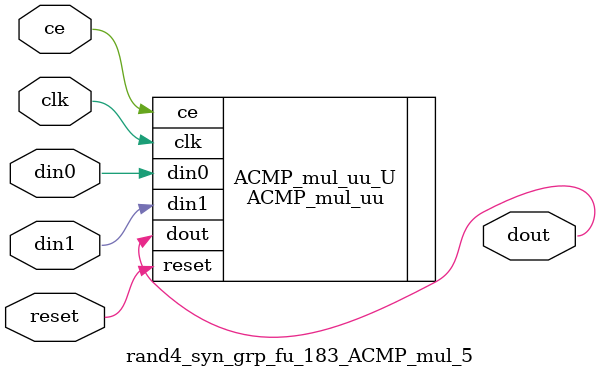
<source format=v>

`timescale 1 ns / 1 ps
module rand4_syn_grp_fu_183_ACMP_mul_5(
    clk,
    reset,
    ce,
    din0,
    din1,
    dout);

parameter ID = 32'd1;
parameter NUM_STAGE = 32'd1;
parameter din0_WIDTH = 32'd1;
parameter din1_WIDTH = 32'd1;
parameter dout_WIDTH = 32'd1;
input clk;
input reset;
input ce;
input[din0_WIDTH - 1:0] din0;
input[din1_WIDTH - 1:0] din1;
output[dout_WIDTH - 1:0] dout;



ACMP_mul_uu #(
.ID( ID ),
.NUM_STAGE( 2 ),
.din0_WIDTH( din0_WIDTH ),
.din1_WIDTH( din1_WIDTH ),
.dout_WIDTH( dout_WIDTH ))
ACMP_mul_uu_U(
    .clk( clk ),
    .reset( reset ),
    .ce( ce ),
    .din0( din0 ),
    .din1( din1 ),
    .dout( dout ));

endmodule

</source>
